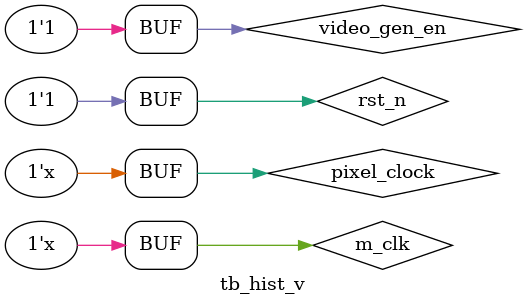
<source format=v>


`timescale 1ns / 1ps

module tb_hist_v();

//========================================================
//parameters
parameter BMP_VIDEO_FORMAT        = "800x600_xHz"; //video format
parameter BMP_PIXEL_CLK_FREQ      = 100.000;            //pixel clock frequency, unit: MHz
parameter BMP_PIXEL_CLK_PERIOD    = 1000.0/BMP_PIXEL_CLK_FREQ; //unit: ns
parameter BMP_WIDTH               = 800;
parameter BMP_HEIGHT              = 600;
parameter BMP_OPENED_NAME         = "low_light.bmp";
parameter BMP_REPEAT              = 1'b1;  //0:bmp increase  , 1:bmp repeat
parameter BMP_LINK                = 1'b0;  //0:µ¥ÏñËØ£»1:Ë«ÏñËØ
                                  
parameter BMP_OUTPUTED_WIDTH      = 800;
parameter BMP_OUTPUTED_HEIGHT     = 600;
parameter BMP_OUTPUTED_NAME       = "hist_v_out_000.bmp";
parameter BMP_OUTPUTED_NUMBER     = 16'd4;
GSR GSR (1'b1) ; 
//=======================================================
reg  pixel_clock;

reg  rst_n;
reg  video_gen_en;

//------------
//dirver
wire       vsync; 
wire       hsync; 
wire       data_valid; 
wire [7:0] data0_r; 
wire [7:0] data0_g;
wire [7:0] data0_b;
wire [7:0] data1_r ; 
wire [7:0] data1_g ;
wire [7:0] data1_b ;

//-----------------
//monitor rgb input
wire        m_clk;
wire        m_vs_rgb;  
wire        m_hs_rgb;  
wire        m_de_rgb;  
wire [7:0]  m_data0_r;
wire [7:0]  m_data0_g;
wire [7:0]  m_data0_b;
wire [7:0]  m_data1_r;
wire [7:0]  m_data1_g;
wire [7:0]  m_data1_b;
wire [9:0] sobel_data;
wire [15:0] out_Data;
//=====================================================
//clk
initial
  begin
    pixel_clock = 1'b0;
  end

always  #(BMP_PIXEL_CLK_PERIOD/2.0) pixel_clock = ~pixel_clock;

//=====================================================
//rst_n
initial
  begin
    rst_n=1'b0;
    
    #2000;
    rst_n=1'b1;
end

initial
  begin
    video_gen_en=1'b0;
    
    #5000;
    video_gen_en=1'b1;
end

//==================================================
//video driver
driver #
(
    .BMP_VIDEO_FORMAT    (BMP_VIDEO_FORMAT     ),
    .BMP_PIXEL_CLK_FREQ  (BMP_PIXEL_CLK_FREQ   ),
    .BMP_WIDTH           (BMP_WIDTH            ),
    .BMP_HEIGHT          (BMP_HEIGHT           ),
    .BMP_OPENED_NAME     (BMP_OPENED_NAME      )
)
driver_inst
(
    .link_i      (BMP_LINK    ), //0,µ¥ÏñËØ£»1£¬Ë«ÏñËØ
    .repeat_en   (BMP_REPEAT  ),
    .video_gen_en(video_gen_en),
    .pixel_clock (pixel_clock ),
    .vsync       (vsync       ), 
    .hsync       (hsync       ), 
    .data_valid  (data_valid  ),
    .data0_r     (data0_r     ), 
    .data0_g     (data0_g     ),
    .data0_b     (data0_b     ), 
    .data1_r     (data1_r     ), 
    .data1_g     (data1_g     ),
    .data1_b     (data1_b     )
);
//---------------------------------
/*sobel_t sobel0(
    .hsi(hsync),
    .vsi(vsync),
    .iCLK(pixel_clock),
    .iRST_N(rst_n),
    .iTHRESHOLD(8'd7),
    .iDVAL(data_valid),
    .iDATA({2'b0,data0_g}),
    .oDVAL(),
    .oDATA(sobel_data),
    .hso(m_hs_rgb),
    .vso(m_vs_rgb)
);*/
wire [7:0] gray_out;
/*histogram_equalized_top histogram_equalized_top_u0(
    //global clock
    .clk(pixel_clock),          
    .rst_n(rst_n),       

    //Image data prepred to be processd
    .pre_vs(vsync), 
    .pre_hs(hsync),  
    .pre_clken(data_valid), 
    .pre_imgdata(data0_r),

    //Image data has been processd
    .post_vs(m_vs_rgb), 
    .post_hs(m_hs_rgb), 
    .post_clken(m_de_rgb),
    .post_imgdata(gray_out)
);*/
wire [23:0] o_data;
hist_v hist_v_u0(
    .clk(pixel_clock),
    .rst_n(rst_n),
    .pre_vs(vsync),
    .pre_hs(hsync),
    .pre_clken(data_valid),
    .rgb({data0_r,data0_g,data0_b}),
    .post_hs(m_hs_rgb),
    .post_vs(m_vs_rgb),
    .post_clken(m_de_rgb),
    .post_rgb(o_data),
    .post_hsv(),
    .process_en(1'b1)
);
//==========================================================
//monitor
assign m_clk        = pixel_clock   ;
//assign m_vs_rgb     = vsync         ;
//assign m_hs_rgb     = hsync         ;
//assign m_de_rgb     = data_valid    ;
assign m_data0_r    = o_data[23:16];
assign m_data0_g    = o_data[15:8];
assign m_data0_b    = o_data[7:0];
//
assign m_data1_r    = data1_r       ;
assign m_data1_g    = data1_g       ;
assign m_data1_b    = data1_b       ;
monitor #
(
    .BMP_OUTPUTED_WIDTH  (BMP_OUTPUTED_WIDTH ),
    .BMP_OUTPUTED_HEIGHT (BMP_OUTPUTED_HEIGHT),
    .BMP_OUTPUTED_NAME   (BMP_OUTPUTED_NAME  ),
    .BMP_OUTPUTED_NUMBER (BMP_OUTPUTED_NUMBER)
)
monitor_inst
(
    .link_i       (BMP_LINK          ), //0,µ¥ÏñËØ£»1£¬Ë«ÏñËØ
    .video2bmp_en (rst_n             ),
    .pixel_clock  (m_clk             ), 
    .vsync        (m_vs_rgb          ),        
    .hsync        (m_hs_rgb          ),        
    .data_valid   (m_de_rgb          ), 
    .data0_r      (m_data0_r         ),    
    .data0_g      (m_data0_g         ),
    .data0_b      (m_data0_b         ),
    .data1_r      (m_data1_r         ),    
    .data1_g      (m_data1_g         ),
    .data1_b      (m_data1_b         )
);
          
endmodule

</source>
